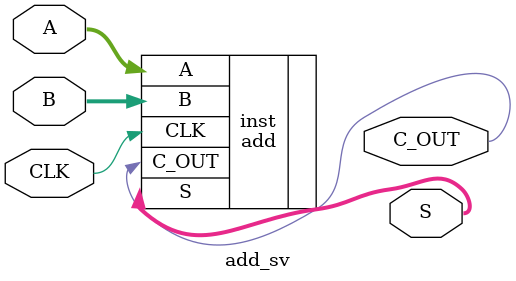
<source format=sv>


`timescale 1ps / 1ps

`include "vivado_interfaces.svh"

module add_sv (
  (* X_INTERFACE_IGNORE = "true" *)
  input wire [3:0] A,
  (* X_INTERFACE_IGNORE = "true" *)
  input wire [3:0] B,
  (* X_INTERFACE_IGNORE = "true" *)
  input wire CLK,
  (* X_INTERFACE_IGNORE = "true" *)
  output wire C_OUT,
  (* X_INTERFACE_IGNORE = "true" *)
  output wire [3:0] S
);

  add inst (
    .A(A),
    .B(B),
    .CLK(CLK),
    .C_OUT(C_OUT),
    .S(S)
  );

endmodule

</source>
